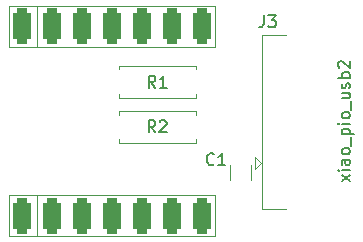
<source format=gto>
G04 #@! TF.GenerationSoftware,KiCad,Pcbnew,(6.0.11)*
G04 #@! TF.CreationDate,2025-12-09T16:45:55+09:00*
G04 #@! TF.ProjectId,xiao_pio_usb2,7869616f-5f70-4696-9f5f-757362322e6b,rev?*
G04 #@! TF.SameCoordinates,Original*
G04 #@! TF.FileFunction,Legend,Top*
G04 #@! TF.FilePolarity,Positive*
%FSLAX46Y46*%
G04 Gerber Fmt 4.6, Leading zero omitted, Abs format (unit mm)*
G04 Created by KiCad (PCBNEW (6.0.11)) date 2025-12-09 16:45:55*
%MOMM*%
%LPD*%
G01*
G04 APERTURE LIST*
G04 Aperture macros list*
%AMRoundRect*
0 Rectangle with rounded corners*
0 $1 Rounding radius*
0 $2 $3 $4 $5 $6 $7 $8 $9 X,Y pos of 4 corners*
0 Add a 4 corners polygon primitive as box body*
4,1,4,$2,$3,$4,$5,$6,$7,$8,$9,$2,$3,0*
0 Add four circle primitives for the rounded corners*
1,1,$1+$1,$2,$3*
1,1,$1+$1,$4,$5*
1,1,$1+$1,$6,$7*
1,1,$1+$1,$8,$9*
0 Add four rect primitives between the rounded corners*
20,1,$1+$1,$2,$3,$4,$5,0*
20,1,$1+$1,$4,$5,$6,$7,0*
20,1,$1+$1,$6,$7,$8,$9,0*
20,1,$1+$1,$8,$9,$2,$3,0*%
G04 Aperture macros list end*
%ADD10C,0.200000*%
%ADD11C,0.150000*%
%ADD12C,0.120000*%
%ADD13O,1.600000X1.600000*%
%ADD14C,1.600000*%
%ADD15RoundRect,0.400000X0.400000X1.100000X-0.400000X1.100000X-0.400000X-1.100000X0.400000X-1.100000X0*%
%ADD16RoundRect,0.400000X-0.400000X-1.100000X0.400000X-1.100000X0.400000X1.100000X-0.400000X1.100000X0*%
%ADD17C,3.500000*%
%ADD18C,1.800000*%
%ADD19R,1.600000X1.600000*%
G04 APERTURE END LIST*
D10*
X118942980Y-74275238D02*
X118276314Y-73751428D01*
X118276314Y-74275238D02*
X118942980Y-73751428D01*
X118942980Y-73370476D02*
X118276314Y-73370476D01*
X117942980Y-73370476D02*
X117990600Y-73418095D01*
X118038219Y-73370476D01*
X117990600Y-73322857D01*
X117942980Y-73370476D01*
X118038219Y-73370476D01*
X118942980Y-72465714D02*
X118419171Y-72465714D01*
X118323933Y-72513333D01*
X118276314Y-72608571D01*
X118276314Y-72799047D01*
X118323933Y-72894285D01*
X118895361Y-72465714D02*
X118942980Y-72560952D01*
X118942980Y-72799047D01*
X118895361Y-72894285D01*
X118800123Y-72941904D01*
X118704885Y-72941904D01*
X118609647Y-72894285D01*
X118562028Y-72799047D01*
X118562028Y-72560952D01*
X118514409Y-72465714D01*
X118942980Y-71846666D02*
X118895361Y-71941904D01*
X118847742Y-71989523D01*
X118752504Y-72037142D01*
X118466790Y-72037142D01*
X118371552Y-71989523D01*
X118323933Y-71941904D01*
X118276314Y-71846666D01*
X118276314Y-71703809D01*
X118323933Y-71608571D01*
X118371552Y-71560952D01*
X118466790Y-71513333D01*
X118752504Y-71513333D01*
X118847742Y-71560952D01*
X118895361Y-71608571D01*
X118942980Y-71703809D01*
X118942980Y-71846666D01*
X119038219Y-71322857D02*
X119038219Y-70560952D01*
X118276314Y-70322857D02*
X119276314Y-70322857D01*
X118323933Y-70322857D02*
X118276314Y-70227619D01*
X118276314Y-70037142D01*
X118323933Y-69941904D01*
X118371552Y-69894285D01*
X118466790Y-69846666D01*
X118752504Y-69846666D01*
X118847742Y-69894285D01*
X118895361Y-69941904D01*
X118942980Y-70037142D01*
X118942980Y-70227619D01*
X118895361Y-70322857D01*
X118942980Y-69418095D02*
X118276314Y-69418095D01*
X117942980Y-69418095D02*
X117990600Y-69465714D01*
X118038219Y-69418095D01*
X117990600Y-69370476D01*
X117942980Y-69418095D01*
X118038219Y-69418095D01*
X118942980Y-68799047D02*
X118895361Y-68894285D01*
X118847742Y-68941904D01*
X118752504Y-68989523D01*
X118466790Y-68989523D01*
X118371552Y-68941904D01*
X118323933Y-68894285D01*
X118276314Y-68799047D01*
X118276314Y-68656190D01*
X118323933Y-68560952D01*
X118371552Y-68513333D01*
X118466790Y-68465714D01*
X118752504Y-68465714D01*
X118847742Y-68513333D01*
X118895361Y-68560952D01*
X118942980Y-68656190D01*
X118942980Y-68799047D01*
X119038219Y-68275238D02*
X119038219Y-67513333D01*
X118276314Y-66846666D02*
X118942980Y-66846666D01*
X118276314Y-67275238D02*
X118800123Y-67275238D01*
X118895361Y-67227619D01*
X118942980Y-67132380D01*
X118942980Y-66989523D01*
X118895361Y-66894285D01*
X118847742Y-66846666D01*
X118895361Y-66418095D02*
X118942980Y-66322857D01*
X118942980Y-66132380D01*
X118895361Y-66037142D01*
X118800123Y-65989523D01*
X118752504Y-65989523D01*
X118657266Y-66037142D01*
X118609647Y-66132380D01*
X118609647Y-66275238D01*
X118562028Y-66370476D01*
X118466790Y-66418095D01*
X118419171Y-66418095D01*
X118323933Y-66370476D01*
X118276314Y-66275238D01*
X118276314Y-66132380D01*
X118323933Y-66037142D01*
X118942980Y-65560952D02*
X117942980Y-65560952D01*
X118323933Y-65560952D02*
X118276314Y-65465714D01*
X118276314Y-65275238D01*
X118323933Y-65180000D01*
X118371552Y-65132380D01*
X118466790Y-65084761D01*
X118752504Y-65084761D01*
X118847742Y-65132380D01*
X118895361Y-65180000D01*
X118942980Y-65275238D01*
X118942980Y-65465714D01*
X118895361Y-65560952D01*
X118038219Y-64703809D02*
X117990600Y-64656190D01*
X117942980Y-64560952D01*
X117942980Y-64322857D01*
X117990600Y-64227619D01*
X118038219Y-64180000D01*
X118133457Y-64132380D01*
X118228695Y-64132380D01*
X118371552Y-64180000D01*
X118942980Y-64751428D01*
X118942980Y-64132380D01*
D11*
X102473333Y-66380780D02*
X102140000Y-65904590D01*
X101901904Y-66380780D02*
X101901904Y-65380780D01*
X102282857Y-65380780D01*
X102378095Y-65428400D01*
X102425714Y-65476019D01*
X102473333Y-65571257D01*
X102473333Y-65714114D01*
X102425714Y-65809352D01*
X102378095Y-65856971D01*
X102282857Y-65904590D01*
X101901904Y-65904590D01*
X103425714Y-66380780D02*
X102854285Y-66380780D01*
X103140000Y-66380780D02*
X103140000Y-65380780D01*
X103044761Y-65523638D01*
X102949523Y-65618876D01*
X102854285Y-65666495D01*
X102473933Y-70150780D02*
X102140600Y-69674590D01*
X101902504Y-70150780D02*
X101902504Y-69150780D01*
X102283457Y-69150780D01*
X102378695Y-69198400D01*
X102426314Y-69246019D01*
X102473933Y-69341257D01*
X102473933Y-69484114D01*
X102426314Y-69579352D01*
X102378695Y-69626971D01*
X102283457Y-69674590D01*
X101902504Y-69674590D01*
X102854885Y-69246019D02*
X102902504Y-69198400D01*
X102997742Y-69150780D01*
X103235838Y-69150780D01*
X103331076Y-69198400D01*
X103378695Y-69246019D01*
X103426314Y-69341257D01*
X103426314Y-69436495D01*
X103378695Y-69579352D01*
X102807266Y-70150780D01*
X103426314Y-70150780D01*
X111677266Y-60250780D02*
X111677266Y-60965066D01*
X111629647Y-61107923D01*
X111534409Y-61203161D01*
X111391552Y-61250780D01*
X111296314Y-61250780D01*
X112058219Y-60250780D02*
X112677266Y-60250780D01*
X112343933Y-60631733D01*
X112486790Y-60631733D01*
X112582028Y-60679352D01*
X112629647Y-60726971D01*
X112677266Y-60822209D01*
X112677266Y-61060304D01*
X112629647Y-61155542D01*
X112582028Y-61203161D01*
X112486790Y-61250780D01*
X112201076Y-61250780D01*
X112105838Y-61203161D01*
X112058219Y-61155542D01*
X107443933Y-72845542D02*
X107396314Y-72893161D01*
X107253457Y-72940780D01*
X107158219Y-72940780D01*
X107015361Y-72893161D01*
X106920123Y-72797923D01*
X106872504Y-72702685D01*
X106824885Y-72512209D01*
X106824885Y-72369352D01*
X106872504Y-72178876D01*
X106920123Y-72083638D01*
X107015361Y-71988400D01*
X107158219Y-71940780D01*
X107253457Y-71940780D01*
X107396314Y-71988400D01*
X107443933Y-72036019D01*
X108396314Y-72940780D02*
X107824885Y-72940780D01*
X108110600Y-72940780D02*
X108110600Y-71940780D01*
X108015361Y-72083638D01*
X107920123Y-72178876D01*
X107824885Y-72226495D01*
D12*
X99370000Y-67248400D02*
X105910000Y-67248400D01*
X105910000Y-64508400D02*
X105910000Y-64838400D01*
X99370000Y-66918400D02*
X99370000Y-67248400D01*
X105910000Y-67248400D02*
X105910000Y-66918400D01*
X99370000Y-64838400D02*
X99370000Y-64508400D01*
X99370000Y-64508400D02*
X105910000Y-64508400D01*
X105910600Y-68328400D02*
X105910600Y-68658400D01*
X105910600Y-71068400D02*
X105910600Y-70738400D01*
X99370600Y-68328400D02*
X105910600Y-68328400D01*
X99370600Y-68658400D02*
X99370600Y-68328400D01*
X99370600Y-71068400D02*
X105910600Y-71068400D01*
X99370600Y-70738400D02*
X99370600Y-71068400D01*
X107560600Y-62898400D02*
X90120600Y-62898400D01*
X107560600Y-78898400D02*
X90120600Y-78898400D01*
X107560600Y-75498400D02*
X107560600Y-78898400D01*
X90120600Y-78898400D02*
X90120600Y-75498400D01*
X90120600Y-59498400D02*
X90120600Y-62898400D01*
X92490600Y-62898400D02*
X92490600Y-59498400D01*
X107560600Y-59498400D02*
X90120600Y-59498400D01*
X92490600Y-75498400D02*
X92490600Y-78898400D01*
X107560600Y-62898400D02*
X107560600Y-59498400D01*
X107560600Y-75498400D02*
X90120600Y-75498400D01*
X110890700Y-72254600D02*
X110890700Y-73254600D01*
X111390700Y-72754600D02*
X110890700Y-72254600D01*
X113524700Y-61894600D02*
X111544700Y-61894600D01*
X110890700Y-73254600D02*
X111390700Y-72754600D01*
X111544700Y-76614600D02*
X113524700Y-76614600D01*
X111544700Y-76614600D02*
X111544700Y-61894600D01*
X108770600Y-72969400D02*
X108770600Y-74227400D01*
X110610600Y-72969400D02*
X110610600Y-74227400D01*
%LPC*%
D13*
X106450000Y-65878400D03*
D14*
X98830000Y-65878400D03*
D13*
X106450600Y-69698400D03*
D14*
X98830600Y-69698400D03*
D15*
X91220600Y-61178400D03*
X93760600Y-61178400D03*
X96300600Y-61178400D03*
X98840600Y-61178400D03*
X101380600Y-61178400D03*
X103920600Y-61178400D03*
X106460600Y-61178400D03*
D16*
X106460600Y-77218400D03*
X103920600Y-77218400D03*
X101380600Y-77218400D03*
X98840600Y-77218400D03*
X96300600Y-77218400D03*
X93760600Y-77218400D03*
X91220600Y-77218400D03*
D17*
X115374700Y-75824600D03*
X115374700Y-62684600D03*
D18*
X112664700Y-65754600D03*
X112664700Y-68254600D03*
X112664700Y-70254600D03*
D19*
X112664700Y-72754600D03*
D14*
X109690600Y-74848400D03*
X109690600Y-72348400D03*
M02*

</source>
